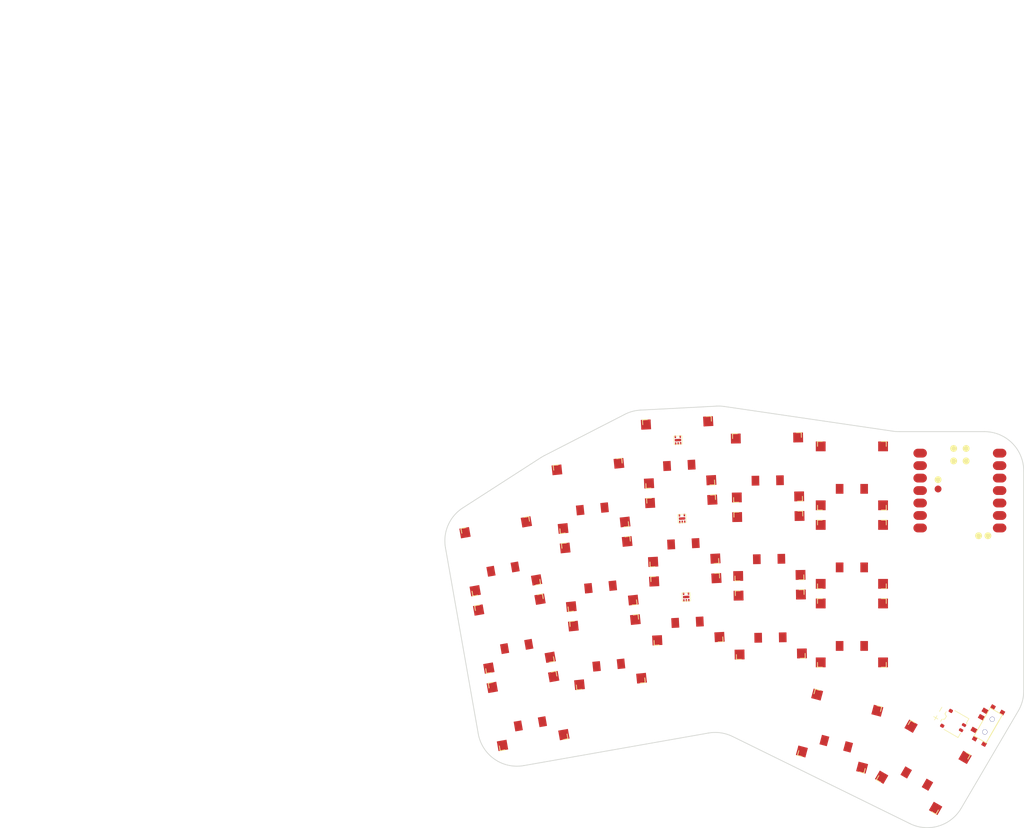
<source format=kicad_pcb>
(kicad_pcb (version 20171130) (host pcbnew 5.1.6)
  (title_block (title "big_diode_energy") (rev "v1.0.0") (company "Unknown"))
  (layers (0 F.Cu signal) (31 B.Cu signal) (34 B.Paste user) (35 F.Paste user) (36 B.SilkS user) (37 F.SilkS user) (38 B.Mask user) (39 F.Mask user) (44 Edge.Cuts user))
  (net 0 "")
  (net 1 "D5")
  (net 2 "pinky_bottom")
  (net 3 "pinky_home")
  (net 4 "pinky_top")
  (net 5 "D3")
  (net 6 "ring_bottom")
  (net 7 "ring_home")
  (net 8 "ring_top")
  (net 9 "D1")
  (net 10 "middle_bottom")
  (net 11 "middle_home")
  (net 12 "middle_top")
  (net 13 "D8")
  (net 14 "index_bottom")
  (net 15 "index_home")
  (net 16 "index_top")
  (net 17 "D10")
  (net 18 "inner_bottom")
  (net 19 "inner_home")
  (net 20 "inner_top")
  (net 21 "near_fan")
  (net 22 "far_fan")
  (net 23 "D4")
  (net 24 "D2")
  (net 25 "D0")
  (net 26 "D6")
  (net 27 "D9")
  (net 28 "D7")
  (net 29 "RAW3V3")
  (net 30 "RAW5V")
  (net 31 "CLK")
  (net 32 "DIO")
  (net 33 "GND")
  (net 34 "RST")
  (net 35 "BAT")
  (net 36 "NFC1")
  (net 37 "NFC2")
  (net 38 "BAT_P")
  (module PG1316S (layer F.Cu) (at 106.5683287 143.6773863 10)
    (fp_text reference "S1" hide)
    (fp_text value "" hide)
    (fp_line (start -7 -6) (end -7 -7) (layer F.SilkS) (width 0.15))
    (fp_line (start -7 7) (end -6 7) (layer F.SilkS) (width 0.15))
    (fp_line (start -6 -7) (end -7 -7) (layer F.SilkS) (width 0.15))
    (fp_line (start -7 7) (end -7 6) (layer F.SilkS) (width 0.15))
    (fp_line (start 7 6) (end 7 7) (layer F.SilkS) (width 0.15))
    (fp_line (start 7 -7) (end 6 -7) (layer F.SilkS) (width 0.15))
    (fp_line (start 6 7) (end 7 7) (layer F.SilkS) (width 0.15))
    (fp_line (start 7 -7) (end 7 -6) (layer F.SilkS) (width 0.15))
    (pad "1" smd rect (at -2.5 2.65 10) (size 1.55 2) (layers "F.Cu" "F.Paste" "F.Mask") (net 2 "pinky_bottom"))
    (pad "2" smd rect (at 2.5 2.65 10) (size 1.55 2) (layers "F.Cu" "F.Paste" "F.Mask") (net 1 "D5"))
    (pad "MP" smd rect (at -6.35 -6 10) (size 2 2) (layers "F.Cu" "F.Paste" "F.Mask"))
    (pad "MP" smd rect (at -6.35 6 10) (size 2 2) (layers "F.Cu" "F.Paste" "F.Mask"))
    (pad "MP" smd rect (at 6.35 -6 10) (size 2 2) (layers "F.Cu" "F.Paste" "F.Mask"))
    (pad "MP" smd rect (at 6.35 6 10) (size 2 2) (layers "F.Cu" "F.Paste" "F.Mask"))
  )
  (module PG1316S (layer F.Cu) (at 103.7899578 127.9204622 10)
    (fp_text reference "S2" hide)
    (fp_text value "" hide)
    (fp_line (start -7 -6) (end -7 -7) (layer F.SilkS) (width 0.15))
    (fp_line (start -7 7) (end -6 7) (layer F.SilkS) (width 0.15))
    (fp_line (start -6 -7) (end -7 -7) (layer F.SilkS) (width 0.15))
    (fp_line (start -7 7) (end -7 6) (layer F.SilkS) (width 0.15))
    (fp_line (start 7 6) (end 7 7) (layer F.SilkS) (width 0.15))
    (fp_line (start 7 -7) (end 6 -7) (layer F.SilkS) (width 0.15))
    (fp_line (start 6 7) (end 7 7) (layer F.SilkS) (width 0.15))
    (fp_line (start 7 -7) (end 7 -6) (layer F.SilkS) (width 0.15))
    (pad "1" smd rect (at -2.5 2.65 10) (size 1.55 2) (layers "F.Cu" "F.Paste" "F.Mask") (net 3 "pinky_home"))
    (pad "2" smd rect (at 2.5 2.65 10) (size 1.55 2) (layers "F.Cu" "F.Paste" "F.Mask") (net 1 "D5"))
    (pad "MP" smd rect (at -6.35 -6 10) (size 2 2) (layers "F.Cu" "F.Paste" "F.Mask"))
    (pad "MP" smd rect (at -6.35 6 10) (size 2 2) (layers "F.Cu" "F.Paste" "F.Mask"))
    (pad "MP" smd rect (at 6.35 -6 10) (size 2 2) (layers "F.Cu" "F.Paste" "F.Mask"))
    (pad "MP" smd rect (at 6.35 6 10) (size 2 2) (layers "F.Cu" "F.Paste" "F.Mask"))
  )
  (module PG1316S (layer F.Cu) (at 101.011587 112.1635382 10)
    (fp_text reference "S3" hide)
    (fp_text value "" hide)
    (fp_line (start -7 -6) (end -7 -7) (layer F.SilkS) (width 0.15))
    (fp_line (start -7 7) (end -6 7) (layer F.SilkS) (width 0.15))
    (fp_line (start -6 -7) (end -7 -7) (layer F.SilkS) (width 0.15))
    (fp_line (start -7 7) (end -7 6) (layer F.SilkS) (width 0.15))
    (fp_line (start 7 6) (end 7 7) (layer F.SilkS) (width 0.15))
    (fp_line (start 7 -7) (end 6 -7) (layer F.SilkS) (width 0.15))
    (fp_line (start 6 7) (end 7 7) (layer F.SilkS) (width 0.15))
    (fp_line (start 7 -7) (end 7 -6) (layer F.SilkS) (width 0.15))
    (pad "1" smd rect (at -2.5 2.65 10) (size 1.55 2) (layers "F.Cu" "F.Paste" "F.Mask") (net 4 "pinky_top"))
    (pad "2" smd rect (at 2.5 2.65 10) (size 1.55 2) (layers "F.Cu" "F.Paste" "F.Mask") (net 1 "D5"))
    (pad "MP" smd rect (at -6.35 -6 10) (size 2 2) (layers "F.Cu" "F.Paste" "F.Mask"))
    (pad "MP" smd rect (at -6.35 6 10) (size 2 2) (layers "F.Cu" "F.Paste" "F.Mask"))
    (pad "MP" smd rect (at 6.35 -6 10) (size 2 2) (layers "F.Cu" "F.Paste" "F.Mask"))
    (pad "MP" smd rect (at 6.35 6 10) (size 2 2) (layers "F.Cu" "F.Paste" "F.Mask"))
  )
  (module PG1316S (layer F.Cu) (at 122.7320346 131.6884493 6)
    (fp_text reference "S4" hide)
    (fp_text value "" hide)
    (fp_line (start -7 -6) (end -7 -7) (layer F.SilkS) (width 0.15))
    (fp_line (start -7 7) (end -6 7) (layer F.SilkS) (width 0.15))
    (fp_line (start -6 -7) (end -7 -7) (layer F.SilkS) (width 0.15))
    (fp_line (start -7 7) (end -7 6) (layer F.SilkS) (width 0.15))
    (fp_line (start 7 6) (end 7 7) (layer F.SilkS) (width 0.15))
    (fp_line (start 7 -7) (end 6 -7) (layer F.SilkS) (width 0.15))
    (fp_line (start 6 7) (end 7 7) (layer F.SilkS) (width 0.15))
    (fp_line (start 7 -7) (end 7 -6) (layer F.SilkS) (width 0.15))
    (pad "1" smd rect (at -2.5 2.65 6) (size 1.55 2) (layers "F.Cu" "F.Paste" "F.Mask") (net 6 "ring_bottom"))
    (pad "2" smd rect (at 2.5 2.65 6) (size 1.55 2) (layers "F.Cu" "F.Paste" "F.Mask") (net 5 "D3"))
    (pad "MP" smd rect (at -6.35 -6 6) (size 2 2) (layers "F.Cu" "F.Paste" "F.Mask"))
    (pad "MP" smd rect (at -6.35 6 6) (size 2 2) (layers "F.Cu" "F.Paste" "F.Mask"))
    (pad "MP" smd rect (at 6.35 -6 6) (size 2 2) (layers "F.Cu" "F.Paste" "F.Mask"))
    (pad "MP" smd rect (at 6.35 6 6) (size 2 2) (layers "F.Cu" "F.Paste" "F.Mask"))
  )
  (module PG1316S (layer F.Cu) (at 121.0595792 115.776099 6)
    (fp_text reference "S5" hide)
    (fp_text value "" hide)
    (fp_line (start -7 -6) (end -7 -7) (layer F.SilkS) (width 0.15))
    (fp_line (start -7 7) (end -6 7) (layer F.SilkS) (width 0.15))
    (fp_line (start -6 -7) (end -7 -7) (layer F.SilkS) (width 0.15))
    (fp_line (start -7 7) (end -7 6) (layer F.SilkS) (width 0.15))
    (fp_line (start 7 6) (end 7 7) (layer F.SilkS) (width 0.15))
    (fp_line (start 7 -7) (end 6 -7) (layer F.SilkS) (width 0.15))
    (fp_line (start 6 7) (end 7 7) (layer F.SilkS) (width 0.15))
    (fp_line (start 7 -7) (end 7 -6) (layer F.SilkS) (width 0.15))
    (pad "1" smd rect (at -2.5 2.65 6) (size 1.55 2) (layers "F.Cu" "F.Paste" "F.Mask") (net 7 "ring_home"))
    (pad "2" smd rect (at 2.5 2.65 6) (size 1.55 2) (layers "F.Cu" "F.Paste" "F.Mask") (net 5 "D3"))
    (pad "MP" smd rect (at -6.35 -6 6) (size 2 2) (layers "F.Cu" "F.Paste" "F.Mask"))
    (pad "MP" smd rect (at -6.35 6 6) (size 2 2) (layers "F.Cu" "F.Paste" "F.Mask"))
    (pad "MP" smd rect (at 6.35 -6 6) (size 2 2) (layers "F.Cu" "F.Paste" "F.Mask"))
    (pad "MP" smd rect (at 6.35 6 6) (size 2 2) (layers "F.Cu" "F.Paste" "F.Mask"))
  )
  (module PG1316S (layer F.Cu) (at 119.3871238 99.8637486 6)
    (fp_text reference "S6" hide)
    (fp_text value "" hide)
    (fp_line (start -7 -6) (end -7 -7) (layer F.SilkS) (width 0.15))
    (fp_line (start -7 7) (end -6 7) (layer F.SilkS) (width 0.15))
    (fp_line (start -6 -7) (end -7 -7) (layer F.SilkS) (width 0.15))
    (fp_line (start -7 7) (end -7 6) (layer F.SilkS) (width 0.15))
    (fp_line (start 7 6) (end 7 7) (layer F.SilkS) (width 0.15))
    (fp_line (start 7 -7) (end 6 -7) (layer F.SilkS) (width 0.15))
    (fp_line (start 6 7) (end 7 7) (layer F.SilkS) (width 0.15))
    (fp_line (start 7 -7) (end 7 -6) (layer F.SilkS) (width 0.15))
    (pad "1" smd rect (at -2.5 2.65 6) (size 1.55 2) (layers "F.Cu" "F.Paste" "F.Mask") (net 8 "ring_top"))
    (pad "2" smd rect (at 2.5 2.65 6) (size 1.55 2) (layers "F.Cu" "F.Paste" "F.Mask") (net 5 "D3"))
    (pad "MP" smd rect (at -6.35 -6 6) (size 2 2) (layers "F.Cu" "F.Paste" "F.Mask"))
    (pad "MP" smd rect (at -6.35 6 6) (size 2 2) (layers "F.Cu" "F.Paste" "F.Mask"))
    (pad "MP" smd rect (at 6.35 -6 6) (size 2 2) (layers "F.Cu" "F.Paste" "F.Mask"))
    (pad "MP" smd rect (at 6.35 6 6) (size 2 2) (layers "F.Cu" "F.Paste" "F.Mask"))
  )
  (module PG1316S (layer F.Cu) (at 138.9072076 122.9498121 3)
    (fp_text reference "S7" hide)
    (fp_text value "" hide)
    (fp_line (start -7 -6) (end -7 -7) (layer F.SilkS) (width 0.15))
    (fp_line (start -7 7) (end -6 7) (layer F.SilkS) (width 0.15))
    (fp_line (start -6 -7) (end -7 -7) (layer F.SilkS) (width 0.15))
    (fp_line (start -7 7) (end -7 6) (layer F.SilkS) (width 0.15))
    (fp_line (start 7 6) (end 7 7) (layer F.SilkS) (width 0.15))
    (fp_line (start 7 -7) (end 6 -7) (layer F.SilkS) (width 0.15))
    (fp_line (start 6 7) (end 7 7) (layer F.SilkS) (width 0.15))
    (fp_line (start 7 -7) (end 7 -6) (layer F.SilkS) (width 0.15))
    (pad "1" smd rect (at -2.5 2.65 3) (size 1.55 2) (layers "F.Cu" "F.Paste" "F.Mask") (net 10 "middle_bottom"))
    (pad "2" smd rect (at 2.5 2.65 3) (size 1.55 2) (layers "F.Cu" "F.Paste" "F.Mask") (net 9 "D1"))
    (pad "MP" smd rect (at -6.35 -6 3) (size 2 2) (layers "F.Cu" "F.Paste" "F.Mask"))
    (pad "MP" smd rect (at -6.35 6 3) (size 2 2) (layers "F.Cu" "F.Paste" "F.Mask"))
    (pad "MP" smd rect (at 6.35 -6 3) (size 2 2) (layers "F.Cu" "F.Paste" "F.Mask"))
    (pad "MP" smd rect (at 6.35 6 3) (size 2 2) (layers "F.Cu" "F.Paste" "F.Mask"))
  )
  (module PG1316S (layer F.Cu) (at 138.0698323 106.9717396 3)
    (fp_text reference "S8" hide)
    (fp_text value "" hide)
    (fp_line (start -7 -6) (end -7 -7) (layer F.SilkS) (width 0.15))
    (fp_line (start -7 7) (end -6 7) (layer F.SilkS) (width 0.15))
    (fp_line (start -6 -7) (end -7 -7) (layer F.SilkS) (width 0.15))
    (fp_line (start -7 7) (end -7 6) (layer F.SilkS) (width 0.15))
    (fp_line (start 7 6) (end 7 7) (layer F.SilkS) (width 0.15))
    (fp_line (start 7 -7) (end 6 -7) (layer F.SilkS) (width 0.15))
    (fp_line (start 6 7) (end 7 7) (layer F.SilkS) (width 0.15))
    (fp_line (start 7 -7) (end 7 -6) (layer F.SilkS) (width 0.15))
    (pad "1" smd rect (at -2.5 2.65 3) (size 1.55 2) (layers "F.Cu" "F.Paste" "F.Mask") (net 11 "middle_home"))
    (pad "2" smd rect (at 2.5 2.65 3) (size 1.55 2) (layers "F.Cu" "F.Paste" "F.Mask") (net 9 "D1"))
    (pad "MP" smd rect (at -6.35 -6 3) (size 2 2) (layers "F.Cu" "F.Paste" "F.Mask"))
    (pad "MP" smd rect (at -6.35 6 3) (size 2 2) (layers "F.Cu" "F.Paste" "F.Mask"))
    (pad "MP" smd rect (at 6.35 -6 3) (size 2 2) (layers "F.Cu" "F.Paste" "F.Mask"))
    (pad "MP" smd rect (at 6.35 6 3) (size 2 2) (layers "F.Cu" "F.Paste" "F.Mask"))
  )
  (module PG1316S (layer F.Cu) (at 137.2324571 90.9936671 3)
    (fp_text reference "S9" hide)
    (fp_text value "" hide)
    (fp_line (start -7 -6) (end -7 -7) (layer F.SilkS) (width 0.15))
    (fp_line (start -7 7) (end -6 7) (layer F.SilkS) (width 0.15))
    (fp_line (start -6 -7) (end -7 -7) (layer F.SilkS) (width 0.15))
    (fp_line (start -7 7) (end -7 6) (layer F.SilkS) (width 0.15))
    (fp_line (start 7 6) (end 7 7) (layer F.SilkS) (width 0.15))
    (fp_line (start 7 -7) (end 6 -7) (layer F.SilkS) (width 0.15))
    (fp_line (start 6 7) (end 7 7) (layer F.SilkS) (width 0.15))
    (fp_line (start 7 -7) (end 7 -6) (layer F.SilkS) (width 0.15))
    (pad "1" smd rect (at -2.5 2.65 3) (size 1.55 2) (layers "F.Cu" "F.Paste" "F.Mask") (net 12 "middle_top"))
    (pad "2" smd rect (at 2.5 2.65 3) (size 1.55 2) (layers "F.Cu" "F.Paste" "F.Mask") (net 9 "D1"))
    (pad "MP" smd rect (at -6.35 -6 3) (size 2 2) (layers "F.Cu" "F.Paste" "F.Mask"))
    (pad "MP" smd rect (at -6.35 6 3) (size 2 2) (layers "F.Cu" "F.Paste" "F.Mask"))
    (pad "MP" smd rect (at 6.35 -6 3) (size 2 2) (layers "F.Cu" "F.Paste" "F.Mask"))
    (pad "MP" smd rect (at 6.35 6 3) (size 2 2) (layers "F.Cu" "F.Paste" "F.Mask"))
  )
  (module PG1316S (layer F.Cu) (at 155.8935276 126.0650863 1)
    (fp_text reference "S10" hide)
    (fp_text value "" hide)
    (fp_line (start -7 -6) (end -7 -7) (layer F.SilkS) (width 0.15))
    (fp_line (start -7 7) (end -6 7) (layer F.SilkS) (width 0.15))
    (fp_line (start -6 -7) (end -7 -7) (layer F.SilkS) (width 0.15))
    (fp_line (start -7 7) (end -7 6) (layer F.SilkS) (width 0.15))
    (fp_line (start 7 6) (end 7 7) (layer F.SilkS) (width 0.15))
    (fp_line (start 7 -7) (end 6 -7) (layer F.SilkS) (width 0.15))
    (fp_line (start 6 7) (end 7 7) (layer F.SilkS) (width 0.15))
    (fp_line (start 7 -7) (end 7 -6) (layer F.SilkS) (width 0.15))
    (pad "1" smd rect (at -2.5 2.65 1) (size 1.55 2) (layers "F.Cu" "F.Paste" "F.Mask") (net 14 "index_bottom"))
    (pad "2" smd rect (at 2.5 2.65 1) (size 1.55 2) (layers "F.Cu" "F.Paste" "F.Mask") (net 13 "D8"))
    (pad "MP" smd rect (at -6.35 -6 1) (size 2 2) (layers "F.Cu" "F.Paste" "F.Mask"))
    (pad "MP" smd rect (at -6.35 6 1) (size 2 2) (layers "F.Cu" "F.Paste" "F.Mask"))
    (pad "MP" smd rect (at 6.35 -6 1) (size 2 2) (layers "F.Cu" "F.Paste" "F.Mask"))
    (pad "MP" smd rect (at 6.35 6 1) (size 2 2) (layers "F.Cu" "F.Paste" "F.Mask"))
  )
  (module PG1316S (layer F.Cu) (at 155.614289 110.0675232 1)
    (fp_text reference "S11" hide)
    (fp_text value "" hide)
    (fp_line (start -7 -6) (end -7 -7) (layer F.SilkS) (width 0.15))
    (fp_line (start -7 7) (end -6 7) (layer F.SilkS) (width 0.15))
    (fp_line (start -6 -7) (end -7 -7) (layer F.SilkS) (width 0.15))
    (fp_line (start -7 7) (end -7 6) (layer F.SilkS) (width 0.15))
    (fp_line (start 7 6) (end 7 7) (layer F.SilkS) (width 0.15))
    (fp_line (start 7 -7) (end 6 -7) (layer F.SilkS) (width 0.15))
    (fp_line (start 6 7) (end 7 7) (layer F.SilkS) (width 0.15))
    (fp_line (start 7 -7) (end 7 -6) (layer F.SilkS) (width 0.15))
    (pad "1" smd rect (at -2.5 2.65 1) (size 1.55 2) (layers "F.Cu" "F.Paste" "F.Mask") (net 15 "index_home"))
    (pad "2" smd rect (at 2.5 2.65 1) (size 1.55 2) (layers "F.Cu" "F.Paste" "F.Mask") (net 13 "D8"))
    (pad "MP" smd rect (at -6.35 -6 1) (size 2 2) (layers "F.Cu" "F.Paste" "F.Mask"))
    (pad "MP" smd rect (at -6.35 6 1) (size 2 2) (layers "F.Cu" "F.Paste" "F.Mask"))
    (pad "MP" smd rect (at 6.35 -6 1) (size 2 2) (layers "F.Cu" "F.Paste" "F.Mask"))
    (pad "MP" smd rect (at 6.35 6 1) (size 2 2) (layers "F.Cu" "F.Paste" "F.Mask"))
  )
  (module PG1316S (layer F.Cu) (at 155.3350505 94.0699601 1)
    (fp_text reference "S12" hide)
    (fp_text value "" hide)
    (fp_line (start -7 -6) (end -7 -7) (layer F.SilkS) (width 0.15))
    (fp_line (start -7 7) (end -6 7) (layer F.SilkS) (width 0.15))
    (fp_line (start -6 -7) (end -7 -7) (layer F.SilkS) (width 0.15))
    (fp_line (start -7 7) (end -7 6) (layer F.SilkS) (width 0.15))
    (fp_line (start 7 6) (end 7 7) (layer F.SilkS) (width 0.15))
    (fp_line (start 7 -7) (end 6 -7) (layer F.SilkS) (width 0.15))
    (fp_line (start 6 7) (end 7 7) (layer F.SilkS) (width 0.15))
    (fp_line (start 7 -7) (end 7 -6) (layer F.SilkS) (width 0.15))
    (pad "1" smd rect (at -2.5 2.65 1) (size 1.55 2) (layers "F.Cu" "F.Paste" "F.Mask") (net 16 "index_top"))
    (pad "2" smd rect (at 2.5 2.65 1) (size 1.55 2) (layers "F.Cu" "F.Paste" "F.Mask") (net 13 "D8"))
    (pad "MP" smd rect (at -6.35 -6 1) (size 2 2) (layers "F.Cu" "F.Paste" "F.Mask"))
    (pad "MP" smd rect (at -6.35 6 1) (size 2 2) (layers "F.Cu" "F.Paste" "F.Mask"))
    (pad "MP" smd rect (at 6.35 -6 1) (size 2 2) (layers "F.Cu" "F.Paste" "F.Mask"))
    (pad "MP" smd rect (at 6.35 6 1) (size 2 2) (layers "F.Cu" "F.Paste" "F.Mask"))
  )
  (module PG1316S (layer F.Cu) (at 172.5259042 127.7750717 0)
    (fp_text reference "S13" hide)
    (fp_text value "" hide)
    (fp_line (start -7 -6) (end -7 -7) (layer F.SilkS) (width 0.15))
    (fp_line (start -7 7) (end -6 7) (layer F.SilkS) (width 0.15))
    (fp_line (start -6 -7) (end -7 -7) (layer F.SilkS) (width 0.15))
    (fp_line (start -7 7) (end -7 6) (layer F.SilkS) (width 0.15))
    (fp_line (start 7 6) (end 7 7) (layer F.SilkS) (width 0.15))
    (fp_line (start 7 -7) (end 6 -7) (layer F.SilkS) (width 0.15))
    (fp_line (start 6 7) (end 7 7) (layer F.SilkS) (width 0.15))
    (fp_line (start 7 -7) (end 7 -6) (layer F.SilkS) (width 0.15))
    (pad "1" smd rect (at -2.5 2.65 0) (size 1.55 2) (layers "F.Cu" "F.Paste" "F.Mask") (net 18 "inner_bottom"))
    (pad "2" smd rect (at 2.5 2.65 0) (size 1.55 2) (layers "F.Cu" "F.Paste" "F.Mask") (net 17 "D10"))
    (pad "MP" smd rect (at -6.35 -6 0) (size 2 2) (layers "F.Cu" "F.Paste" "F.Mask"))
    (pad "MP" smd rect (at -6.35 6 0) (size 2 2) (layers "F.Cu" "F.Paste" "F.Mask"))
    (pad "MP" smd rect (at 6.35 -6 0) (size 2 2) (layers "F.Cu" "F.Paste" "F.Mask"))
    (pad "MP" smd rect (at 6.35 6 0) (size 2 2) (layers "F.Cu" "F.Paste" "F.Mask"))
  )
  (module PG1316S (layer F.Cu) (at 172.5259042 111.7750717 0)
    (fp_text reference "S14" hide)
    (fp_text value "" hide)
    (fp_line (start -7 -6) (end -7 -7) (layer F.SilkS) (width 0.15))
    (fp_line (start -7 7) (end -6 7) (layer F.SilkS) (width 0.15))
    (fp_line (start -6 -7) (end -7 -7) (layer F.SilkS) (width 0.15))
    (fp_line (start -7 7) (end -7 6) (layer F.SilkS) (width 0.15))
    (fp_line (start 7 6) (end 7 7) (layer F.SilkS) (width 0.15))
    (fp_line (start 7 -7) (end 6 -7) (layer F.SilkS) (width 0.15))
    (fp_line (start 6 7) (end 7 7) (layer F.SilkS) (width 0.15))
    (fp_line (start 7 -7) (end 7 -6) (layer F.SilkS) (width 0.15))
    (pad "1" smd rect (at -2.5 2.65 0) (size 1.55 2) (layers "F.Cu" "F.Paste" "F.Mask") (net 19 "inner_home"))
    (pad "2" smd rect (at 2.5 2.65 0) (size 1.55 2) (layers "F.Cu" "F.Paste" "F.Mask") (net 17 "D10"))
    (pad "MP" smd rect (at -6.35 -6 0) (size 2 2) (layers "F.Cu" "F.Paste" "F.Mask"))
    (pad "MP" smd rect (at -6.35 6 0) (size 2 2) (layers "F.Cu" "F.Paste" "F.Mask"))
    (pad "MP" smd rect (at 6.35 -6 0) (size 2 2) (layers "F.Cu" "F.Paste" "F.Mask"))
    (pad "MP" smd rect (at 6.35 6 0) (size 2 2) (layers "F.Cu" "F.Paste" "F.Mask"))
  )
  (module PG1316S (layer F.Cu) (at 172.5259041 95.7750718 0)
    (fp_text reference "S15" hide)
    (fp_text value "" hide)
    (fp_line (start -7 -6) (end -7 -7) (layer F.SilkS) (width 0.15))
    (fp_line (start -7 7) (end -6 7) (layer F.SilkS) (width 0.15))
    (fp_line (start -6 -7) (end -7 -7) (layer F.SilkS) (width 0.15))
    (fp_line (start -7 7) (end -7 6) (layer F.SilkS) (width 0.15))
    (fp_line (start 7 6) (end 7 7) (layer F.SilkS) (width 0.15))
    (fp_line (start 7 -7) (end 6 -7) (layer F.SilkS) (width 0.15))
    (fp_line (start 6 7) (end 7 7) (layer F.SilkS) (width 0.15))
    (fp_line (start 7 -7) (end 7 -6) (layer F.SilkS) (width 0.15))
    (pad "1" smd rect (at -2.5 2.65 0) (size 1.55 2) (layers "F.Cu" "F.Paste" "F.Mask") (net 20 "inner_top"))
    (pad "2" smd rect (at 2.5 2.65 0) (size 1.55 2) (layers "F.Cu" "F.Paste" "F.Mask") (net 17 "D10"))
    (pad "MP" smd rect (at -6.35 -6 0) (size 2 2) (layers "F.Cu" "F.Paste" "F.Mask"))
    (pad "MP" smd rect (at -6.35 6 0) (size 2 2) (layers "F.Cu" "F.Paste" "F.Mask"))
    (pad "MP" smd rect (at 6.35 -6 0) (size 2 2) (layers "F.Cu" "F.Paste" "F.Mask"))
    (pad "MP" smd rect (at 6.35 6 0) (size 2 2) (layers "F.Cu" "F.Paste" "F.Mask"))
  )
  (module PG1316S (layer F.Cu) (at 170.0259042 147.7750717 -15)
    (fp_text reference "S16" hide)
    (fp_text value "" hide)
    (fp_line (start -7 -6) (end -7 -7) (layer F.SilkS) (width 0.15))
    (fp_line (start -7 7) (end -6 7) (layer F.SilkS) (width 0.15))
    (fp_line (start -6 -7) (end -7 -7) (layer F.SilkS) (width 0.15))
    (fp_line (start -7 7) (end -7 6) (layer F.SilkS) (width 0.15))
    (fp_line (start 7 6) (end 7 7) (layer F.SilkS) (width 0.15))
    (fp_line (start 7 -7) (end 6 -7) (layer F.SilkS) (width 0.15))
    (fp_line (start 6 7) (end 7 7) (layer F.SilkS) (width 0.15))
    (fp_line (start 7 -7) (end 7 -6) (layer F.SilkS) (width 0.15))
    (pad "1" smd rect (at -2.5 2.65 -15) (size 1.55 2) (layers "F.Cu" "F.Paste" "F.Mask") (net 21 "near_fan"))
    (pad "2" smd rect (at 2.5 2.65 -15) (size 1.55 2) (layers "F.Cu" "F.Paste" "F.Mask") (net 13 "D8"))
    (pad "MP" smd rect (at -6.35 -6 -15) (size 2 2) (layers "F.Cu" "F.Paste" "F.Mask"))
    (pad "MP" smd rect (at -6.35 6 -15) (size 2 2) (layers "F.Cu" "F.Paste" "F.Mask"))
    (pad "MP" smd rect (at 6.35 -6 -15) (size 2 2) (layers "F.Cu" "F.Paste" "F.Mask"))
    (pad "MP" smd rect (at 6.35 6 -15) (size 2 2) (layers "F.Cu" "F.Paste" "F.Mask"))
  )
  (module PG1316S (layer F.Cu) (at 187.0787936 155.1482271 -30)
    (fp_text reference "S17" hide)
    (fp_text value "" hide)
    (fp_line (start -7 -6) (end -7 -7) (layer F.SilkS) (width 0.15))
    (fp_line (start -7 7) (end -6 7) (layer F.SilkS) (width 0.15))
    (fp_line (start -6 -7) (end -7 -7) (layer F.SilkS) (width 0.15))
    (fp_line (start -7 7) (end -7 6) (layer F.SilkS) (width 0.15))
    (fp_line (start 7 6) (end 7 7) (layer F.SilkS) (width 0.15))
    (fp_line (start 7 -7) (end 6 -7) (layer F.SilkS) (width 0.15))
    (fp_line (start 6 7) (end 7 7) (layer F.SilkS) (width 0.15))
    (fp_line (start 7 -7) (end 7 -6) (layer F.SilkS) (width 0.15))
    (pad "1" smd rect (at -2.5 2.65 -30) (size 1.55 2) (layers "F.Cu" "F.Paste" "F.Mask") (net 22 "far_fan"))
    (pad "2" smd rect (at 2.5 2.65 -30) (size 1.55 2) (layers "F.Cu" "F.Paste" "F.Mask") (net 17 "D10"))
    (pad "MP" smd rect (at -6.35 -6 -30) (size 2 2) (layers "F.Cu" "F.Paste" "F.Mask"))
    (pad "MP" smd rect (at -6.35 6 -30) (size 2 2) (layers "F.Cu" "F.Paste" "F.Mask"))
    (pad "MP" smd rect (at 6.35 -6 -30) (size 2 2) (layers "F.Cu" "F.Paste" "F.Mask"))
    (pad "MP" smd rect (at 6.35 6 -30) (size 2 2) (layers "F.Cu" "F.Paste" "F.Mask"))
  )
  (footprint "D_MMBD4148PLM" (at 138.77636769999998 120.45323830000001 183) (layer F.Cu)
    (property "Reference" "D1" hide)
    (pad "1" smd roundrect (at -0.5 -0.6875 363) (size 0.3 0.525) (layers "F.Cu" "F.Mask" "F.Paste") (roundrect_rratio 0.15) (net 14 "index_bottom"))
    (pad "2" smd roundrect (at 0 -0.6875 363) (size 0.3 0.525) (layers "F.Cu" "F.Mask" "F.Paste") (roundrect_rratio 0.15) (net 10 "middle_bottom"))
    (pad "3" smd roundrect (at 0.5 -0.6875 363) (size 0.3 0.525) (layers "F.Cu" "F.Mask" "F.Paste") (roundrect_rratio 0.15) (net 6 "ring_bottom"))
    (pad "4" smd roundrect (at -0.5 0.6875 363) (size 0.3 0.525) (layers "F.Cu" "F.Mask" "F.Paste") (roundrect_rratio 0.15) (net 18 "inner_bottom"))
    (pad "5" smd roundrect (at 0.5 0.6875 363) (size 0.3 0.525) (layers "F.Cu" "F.Mask" "F.Paste") (roundrect_rratio 0.15) (net 2 "pinky_bottom"))
    (pad "6" smd roundrect (at 0 0 363) (size 1.3 0.5) (layers "F.Cu" "F.Mask" "F.Paste") (roundrect_rratio 0.15) (net 23 "D4"))
    (fp_rect (start -0.85 -0.85) (end 0.85 0.85) (stroke (width 0.1)) (fill no) (layer F.SilkS))
  )
  (footprint "D_MMBD4148PLM" (at 137.9389924 104.47516580000001 183) (layer F.Cu)
    (property "Reference" "D2" hide)
    (pad "1" smd roundrect (at -0.5 -0.6875 363) (size 0.3 0.525) (layers "F.Cu" "F.Mask" "F.Paste") (roundrect_rratio 0.15) (net 15 "index_home"))
    (pad "2" smd roundrect (at 0 -0.6875 363) (size 0.3 0.525) (layers "F.Cu" "F.Mask" "F.Paste") (roundrect_rratio 0.15) (net 11 "middle_home"))
    (pad "3" smd roundrect (at 0.5 -0.6875 363) (size 0.3 0.525) (layers "F.Cu" "F.Mask" "F.Paste") (roundrect_rratio 0.15) (net 7 "ring_home"))
    (pad "4" smd roundrect (at -0.5 0.6875 363) (size 0.3 0.525) (layers "F.Cu" "F.Mask" "F.Paste") (roundrect_rratio 0.15) (net 19 "inner_home"))
    (pad "5" smd roundrect (at 0.5 0.6875 363) (size 0.3 0.525) (layers "F.Cu" "F.Mask" "F.Paste") (roundrect_rratio 0.15) (net 3 "pinky_home"))
    (pad "6" smd roundrect (at 0 0 363) (size 1.3 0.5) (layers "F.Cu" "F.Mask" "F.Paste") (roundrect_rratio 0.15) (net 24 "D2"))
    (fp_rect (start -0.85 -0.85) (end 0.85 0.85) (stroke (width 0.1)) (fill no) (layer F.SilkS))
  )
  (footprint "D_MMBD4148PLM" (at 137.1016172 88.49709329999999 183) (layer F.Cu)
    (property "Reference" "D3" hide)
    (pad "1" smd roundrect (at -0.5 -0.6875 363) (size 0.3 0.525) (layers "F.Cu" "F.Mask" "F.Paste") (roundrect_rratio 0.15) (net 16 "index_top"))
    (pad "2" smd roundrect (at 0 -0.6875 363) (size 0.3 0.525) (layers "F.Cu" "F.Mask" "F.Paste") (roundrect_rratio 0.15) (net 12 "middle_top"))
    (pad "3" smd roundrect (at 0.5 -0.6875 363) (size 0.3 0.525) (layers "F.Cu" "F.Mask" "F.Paste") (roundrect_rratio 0.15) (net 8 "ring_top"))
    (pad "4" smd roundrect (at -0.5 0.6875 363) (size 0.3 0.525) (layers "F.Cu" "F.Mask" "F.Paste") (roundrect_rratio 0.15) (net 20 "inner_top"))
    (pad "5" smd roundrect (at 0.5 0.6875 363) (size 0.3 0.525) (layers "F.Cu" "F.Mask" "F.Paste") (roundrect_rratio 0.15) (net 4 "pinky_top"))
    (pad "6" smd roundrect (at 0 0 363) (size 1.3 0.5) (layers "F.Cu" "F.Mask" "F.Paste") (roundrect_rratio 0.15) (net 25 "D0"))
    (fp_rect (start -0.85 -0.85) (end 0.85 0.85) (stroke (width 0.1)) (fill no) (layer F.SilkS))
  )
  (footprint "xiao_smd" (layer "F.Cu") (at 194.5259041 98.7750718 0)
    (property "Reference" "MCU1" hide)
    (pad "1" smd oval (at -7.62 -7.62 180) (size 2.75 1.8) (drill (offset 0.475 0)) (layers "F.Cu" "F.Paste" "F.Mask") (net 25 "D0"))
    (pad "2" smd oval (at -7.62 -5.08 180) (size 2.75 1.8) (drill (offset 0.475 0)) (layers "F.Cu" "F.Paste" "F.Mask") (net 9 "D1"))
    (pad "3" smd oval (at -7.62 -2.54 180) (size 2.75 1.8) (drill (offset 0.475 0)) (layers "F.Cu" "F.Paste" "F.Mask") (net 24 "D2"))
    (pad "4" smd oval (at -7.62 0 180) (size 2.75 1.8) (drill (offset 0.475 0)) (layers "F.Cu" "F.Paste" "F.Mask") (net 5 "D3"))
    (pad "5" smd oval (at -7.62 2.54 180) (size 2.75 1.8) (drill (offset 0.475 0)) (layers "F.Cu" "F.Paste" "F.Mask") (net 23 "D4"))
    (pad "6" smd oval (at -7.62 5.08 180) (size 2.75 1.8) (drill (offset 0.475 0)) (layers "F.Cu" "F.Paste" "F.Mask") (net 1 "D5"))
    (pad "7" smd oval (at -7.62 7.62 180) (size 2.75 1.8) (drill (offset 0.475 0)) (layers "F.Cu" "F.Paste" "F.Mask") (net 26 "D6"))
    (pad "8" smd oval (at 7.62 7.62 0) (size 2.75 1.8) (drill (offset 0.475 0)) (layers "F.Cu" "F.Paste" "F.Mask") (net 28 "D7"))
    (pad "9" smd oval (at 7.62 5.08 0) (size 2.75 1.8) (drill (offset 0.475 0)) (layers "F.Cu" "F.Paste" "F.Mask") (net 13 "D8"))
    (pad "10" smd oval (at 7.62 2.54 0) (size 2.75 1.8) (drill (offset 0.475 0)) (layers "F.Cu" "F.Paste" "F.Mask") (net 27 "D9"))
    (pad "11" smd oval (at 7.62 0 0) (size 2.75 1.8) (drill (offset 0.475 0)) (layers "F.Cu" "F.Paste" "F.Mask") (net 17 "D10"))
    (pad "12" smd oval (at 7.62 -2.54 0) (size 2.75 1.8) (drill (offset 0.475 0)) (layers "F.Cu" "F.Paste" "F.Mask") (net 29 "RAW3V3"))
    (pad "13" smd oval (at 7.62 -5.08 0) (size 2.75 1.8) (drill (offset 0.475 0)) (layers "F.Cu" "F.Paste" "F.Mask") (net 33 "GND"))
    (pad "14" smd oval (at 7.62 -7.62 0) (size 2.75 1.8) (drill (offset 0.475 0)) (layers "F.Cu" "F.Paste" "F.Mask") (net 30 "RAW5V"))
    (pad "15" smd circle (at -1.27 -8.572 90) (size 1.397 1.397) (drill 1.016) (layers "F.SilkS") (net 31 "CLK"))
    (pad "16" smd circle (at 1.27 -8.572 90) (size 1.397 1.397) (drill 1.016) (layers "F.SilkS") (net 32 "DIO"))
    (pad "17" smd circle (at -1.27 -6.032 90) (size 1.397 1.397) (drill 1.016) (layers "F.SilkS") (net 34 "RST"))
    (pad "18" smd circle (at 1.27 -6.032 90) (size 1.397 1.397) (drill 1.016) (layers "F.SilkS") (net 33 "GND"))
    (pad "19" smd circle (at -4.445 -0.317 180) (size 1.397 1.397) (drill 1.016) (layers "F.Cu" "F.Paste" "F.Mask") (net 35 "BAT"))
    (pad "20" smd circle (at -4.445 -2.222 180) (size 1.397 1.397) (drill 1.016) (layers "F.SilkS") (net 33 "GND"))
    (pad "21" smd circle (at 3.81 9.208 180) (size 1.397 1.397) (drill 1.016) (layers "F.SilkS") (net 36 "NFC1"))
    (pad "22" smd circle (at 5.715 9.208 180) (size 1.397 1.397) (drill 1.016) (layers "F.SilkS") (net 37 "NFC2"))
  )
  (module E73:SPDT_C128955 (layer F.Cu) (at 200.35747780000003 146.64887140000002 -120)
    (fp_text reference "T1" hide)
    (fp_text value "" hide)
    (fp_line (start 1.95 -1.35) (end -1.95 -1.35) (layer F.SilkS) (width 0.15))
    (fp_line (start 0 -1.35) (end -3.3 -1.35) (layer F.SilkS) (width 0.15))
    (fp_line (start -3.3 -1.35) (end -3.3 1.5) (layer F.SilkS) (width 0.15))
    (fp_line (start -3.3 1.5) (end 3.3 1.5) (layer F.SilkS) (width 0.15))
    (fp_line (start 3.3 1.5) (end 3.3 -1.35) (layer F.SilkS) (width 0.15))
    (fp_line (start 0 -1.35) (end 3.3 -1.35) (layer F.SilkS) (width 0.15))
    (pad "" np_thru_hole circle (at 1.5 0) (size 1 1) (drill 0.9) (layers *.Cu *.Mask))
    (pad "" np_thru_hole circle (at -1.5 0) (size 1 1) (drill 0.9) (layers *.Cu *.Mask))
    (pad 1 smd rect (at 2.25 2.075 -120) (size 0.9 1.25) (layers F.Cu F.Paste F.Mask) (net 38 "BAT_P"))
    (pad 2 smd rect (at -0.75 2.075 -120) (size 0.9 1.25) (layers F.Cu F.Paste F.Mask) (net 35 "BAT"))
    (pad 3 smd rect (at -2.25 2.075 -120) (size 0.9 1.25) (layers F.Cu F.Paste F.Mask))
    (pad "" smd rect (at 3.7 -1.1 -120) (size 0.9 0.9) (layers F.Cu F.Paste F.Mask))
    (pad "" smd rect (at 3.7 1.1 -120) (size 0.9 0.9) (layers F.Cu F.Paste F.Mask))
    (pad "" smd rect (at -3.7 1.1 -120) (size 0.9 0.9) (layers F.Cu F.Paste F.Mask))
    (pad "" smd rect (at -3.7 -1.1 -120) (size 0.9 0.9) (layers F.Cu F.Paste F.Mask))
  )
  (footprint "ceoloide:battery_connector_molex_pico_ezmate_1x02" (layer "F.Cu") (at 193.44481900000002 146.12194770000002 -120)
    (property "Reference" "CONN1" hide)
    (pad "" smd roundrect (at 1.75 1.9 -120) (size 0.7 0.8) (layers "F.Cu" "F.Paste" "F.Mask"))
    (pad "" smd roundrect (at -1.75 1.9 -120) (size 0.7 0.8) (layers "F.Cu" "F.Paste" "F.Mask"))
    (pad "2" smd roundrect (at 0.6 -1.875 -120) (size 0.6 0.85) (layers "F.Cu" "F.Paste" "F.Mask") (net 38 "BAT_P"))
    (pad "1" smd roundrect (at -0.6 -1.875 -120) (size 0.6 0.85) (layers "F.Cu" "F.Paste" "F.Mask") (net 33 "GND"))
    (fp_line (start 0.5 3.85) (end 1.5 3.85) (layer "F.SilkS") (stroke (width 0.12)))
    (fp_line (start 1 4.35) (end 1 3.35) (layer "F.SilkS") (stroke (width 0.12)))
    (fp_line (start -0.5 3.85) (end -1.5 3.85) (layer "F.SilkS") (stroke (width 0.12)))
    (fp_line (start 0.64 2.63) (end 1.14 2.63) (layer "F.SilkS") (stroke (width 0.12)))
    (fp_line (start 0.34 2.13) (end 0.64 2.63) (layer "F.SilkS") (stroke (width 0.12)))
    (fp_line (start -0.34 2.13) (end 0.34 2.13) (layer "F.SilkS") (stroke (width 0.12)))
    (fp_line (start -0.64 2.63) (end -0.34 2.13) (layer "F.SilkS") (stroke (width 0.12)))
    (fp_line (start -1.16 -2.09) (end -1.16 -2.3) (layer "F.SilkS") (stroke (width 0.12)))
    (fp_line (start -2.21 -2.09) (end -1.16 -2.09) (layer "F.SilkS") (stroke (width 0.12)))
    (fp_line (start -2.21 1.24) (end -2.21 -2.09) (layer "F.SilkS") (stroke (width 0.12)))
    (fp_line (start -1.14 2.63) (end -0.64 2.63) (layer "F.SilkS") (stroke (width 0.12)))
    (fp_line (start 2.21 -2.09) (end 1.16 -2.09) (layer "F.SilkS") (stroke (width 0.12)))
    (fp_line (start 2.21 1.24) (end 2.21 -2.09) (layer "F.SilkS") (stroke (width 0.12)))
  )
  (gr_line (start 206.42681906390652 143.6492716067233) (end 194.79070379385448 163.49159813591888) (angle 90) (layer Edge.Cuts) (width 0.15))
  (gr_line (start 184.36254633066687 166.62513047647815) (end 148.21069065635106 148.86625365526456) (angle 90) (layer Edge.Cuts) (width 0.15))
  (gr_line (start 143.29426263150472 148.16822067951225) (end 105.68626740795604 154.79952495762552) (angle 90) (layer Edge.Cuts) (width 0.15))
  (gr_line (start 96.41861990453133 148.3102485053313) (end 89.73605273334157 110.4115267159188) (angle 90) (layer Edge.Cuts) (width 0.15))
  (gr_line (start 93.28253096506059 102.29672478448299) (end 109.16511130879975 92.06672162951865) (angle 90) (layer Edge.Cuts) (width 0.15))
  (gr_line (start 109.84551361844646 91.67433595411083) (end 126.25052113725698 83.2584603027963) (angle 90) (layer Edge.Cuts) (width 0.15))
  (gr_line (start 129.48341455916722 82.3874261058021) (end 144.95642944256338 81.57651976644635) (angle 90) (layer Edge.Cuts) (width 0.15))
  (gr_line (start 146.53447820572924 81.6500091957745) (end 180.94929920657663 86.69061864894447) (angle 90) (layer Edge.Cuts) (width 0.15))
  (gr_line (start 182.1086599551589 86.7750718) (end 199.5259041 86.7750718) (angle 90) (layer Edge.Cuts) (width 0.15))
  (gr_line (start 207.5259041 94.7750718) (end 207.5259041 139.60237494517537) (angle 90) (layer Edge.Cuts) (width 0.15))
  (gr_arc (start 187.88978882994795 159.44470147437096) (end 184.36254632994795 166.62513047437096) (angle -85.7730617489882) (layer Edge.Cuts) (width 0.15))
  (gr_arc (start 144.68344815707 156.04668265737172) (end 148.21069065707 148.86625365737171) (angle -36.16165862873559) (layer Edge.Cuts) (width 0.15))
  (gr_arc (start 104.29708188239077 146.92106297976605) (end 96.41861988239077 148.31024847976605) (angle -90.0000000000002) (layer Edge.Cuts) (width 0.15))
  (gr_arc (start 97.61451471120104 109.02234119035359) (end 93.28253091120104 102.29672479035358) (angle -67.21433019791894) (layer Edge.Cuts) (width 0.15))
  (gr_arc (start 113.4970950549402 98.79233803538928) (end 109.8455136549402 91.67433603538927) (angle -5.627551507847329) (layer Edge.Cuts) (width 0.15))
  (gr_arc (start 129.90210257375082 90.37646238407469) (end 129.48341457375082 82.38742608407469) (angle -24.15811647901448) (layer Edge.Cuts) (width 0.15))
  (gr_arc (start 145.37511745714698 89.56555604471895) (end 146.534478257147 81.65000914471895) (angle -11.332654669551573) (layer Edge.Cuts) (width 0.15))
  (gr_arc (start 182.1086599551589 78.7750718) (end 180.9492991551589 86.6906187) (angle -8.332652061677209) (layer Edge.Cuts) (width 0.15))
  (gr_arc (start 199.5259041 94.7750718) (end 207.5259041 94.7750718) (angle -90) (layer Edge.Cuts) (width 0.15))
  (gr_arc (start 199.5259041 139.60237494517537) (end 206.4268191 143.64927164517536) (angle -30.38859608709231) (layer Edge.Cuts) (width 0.15))
)
</source>
